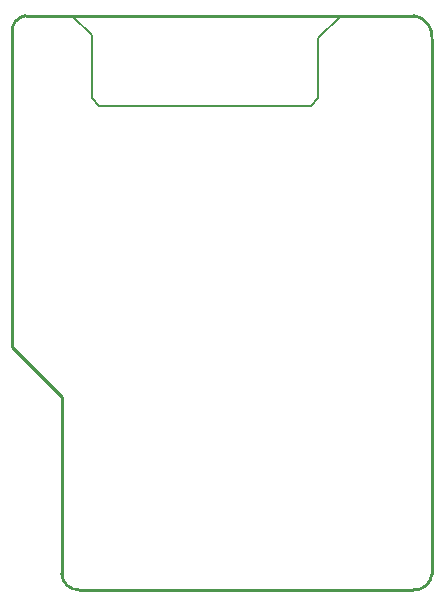
<source format=gm1>
G04*
G04 #@! TF.GenerationSoftware,Altium Limited,Altium Designer,22.1.2 (22)*
G04*
G04 Layer_Color=16711935*
%FSLAX43Y43*%
%MOMM*%
G71*
G04*
G04 #@! TF.SameCoordinates,789559D7-4389-4A6F-8FAE-C72B44BD11BC*
G04*
G04*
G04 #@! TF.FilePolarity,Positive*
G04*
G01*
G75*
%ADD45C,0.203*%
%ADD46C,0.254*%
D45*
X176811Y125159D02*
G03*
X175260Y127000I-1869J0D01*
G01*
X176784Y124841D02*
G03*
X176811Y125159I-1842J317D01*
G01*
X175133Y78359D02*
G03*
X176784Y79756I127J1524D01*
G01*
X142367Y127000D02*
G03*
X141224Y125476I191J-1334D01*
G01*
X145415Y79756D02*
G03*
X146939Y78359I1461J64D01*
G01*
X176811Y125159D02*
G03*
X175260Y127000I-1869J0D01*
G01*
X176784Y124841D02*
G03*
X176811Y125159I-1842J317D01*
G01*
X175133Y78359D02*
G03*
X176784Y79756I127J1524D01*
G01*
X142367Y127000D02*
G03*
X141224Y125476I191J-1334D01*
G01*
X145415Y79756D02*
G03*
X146939Y78359I1461J64D01*
G01*
X176811Y125159D02*
G03*
X175260Y127000I-1869J0D01*
G01*
X176784Y124841D02*
G03*
X176811Y125159I-1842J317D01*
G01*
X175133Y78359D02*
G03*
X176784Y79756I127J1524D01*
G01*
X142367Y127000D02*
G03*
X141224Y125476I191J-1334D01*
G01*
X145415Y79756D02*
G03*
X146939Y78359I1461J64D01*
G01*
X169037Y127000D02*
X175260D01*
X167132Y125095D02*
X169037Y127000D01*
X167132Y120015D02*
Y125095D01*
X176784Y79756D02*
Y124841D01*
X166497Y119380D02*
X167132Y120015D01*
X147955D02*
X148590Y119380D01*
X166497D01*
X146304Y127000D02*
X147955Y125349D01*
X142367Y127000D02*
X146304D01*
X147955Y120015D02*
Y125349D01*
X141224Y98933D02*
Y125476D01*
X146939Y78359D02*
X175133D01*
X141224Y98933D02*
X145415Y94742D01*
Y79756D02*
Y94742D01*
X169037Y127000D02*
X175260D01*
X167132Y125095D02*
X169037Y127000D01*
X167132Y120015D02*
Y125095D01*
X176784Y79756D02*
Y124841D01*
X166497Y119380D02*
X167132Y120015D01*
X147955D02*
X148590Y119380D01*
X166497D01*
X146304Y127000D02*
X147955Y125349D01*
X142367Y127000D02*
X146304D01*
X147955Y120015D02*
Y125349D01*
X141224Y98933D02*
Y125476D01*
X146939Y78359D02*
X175133D01*
X141224Y98933D02*
X145415Y94742D01*
Y79756D02*
Y94742D01*
X169037Y127000D02*
X175260D01*
X167132Y125095D02*
X169037Y127000D01*
X167132Y120015D02*
Y125095D01*
X176784Y79756D02*
Y124841D01*
X166497Y119380D02*
X167132Y120015D01*
X147955D02*
X148590Y119380D01*
X166497D01*
X146304Y127000D02*
X147955Y125349D01*
X142367Y127000D02*
X146304D01*
X147955Y120015D02*
Y125349D01*
X141224Y98933D02*
Y125476D01*
X146939Y78359D02*
X175133D01*
X141224Y98933D02*
X145415Y94742D01*
Y79756D02*
Y94742D01*
D46*
Y79756D02*
G03*
X146939Y78359I1461J64D01*
G01*
X175133Y78359D02*
G03*
X176784Y79756I127J1524D01*
G01*
X176784Y124841D02*
G03*
X175260Y127000I-1842J317D01*
G01*
X142367D02*
G03*
X141224Y125476I191J-1334D01*
G01*
X142367Y127000D02*
X146304D01*
X169037D01*
X175260D01*
X145415Y79756D02*
Y94742D01*
X176784Y79756D02*
Y124841D01*
X146939Y78359D02*
X175133D01*
X141224Y98933D02*
X145415Y94742D01*
X141224Y98933D02*
Y125476D01*
M02*

</source>
